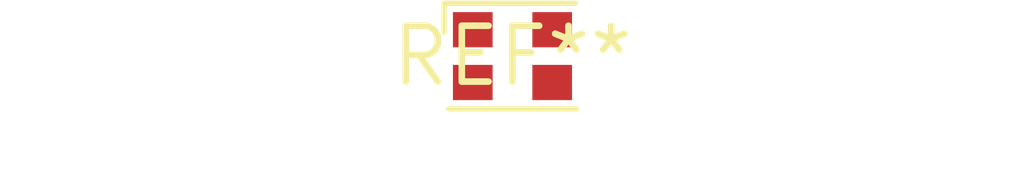
<source format=kicad_pcb>
(kicad_pcb (version 20240108) (generator pcbnew)
  (layers (0 "F.Cu" signal) (31 "B.Cu" signal) (34 "B.Paste" user) (35 "F.Paste" user) (36 "B.SilkS" user "B.Silkscreen") (37 "F.SilkS" user "F.Silkscreen") (38 "B.Mask" user) (39 "F.Mask" user) (44 "Edge.Cuts" user))
  (net 0 "")
  (footprint "LED_ASMB-KTF0-0A306" (layer "F.Cu") (at 0 0)
    (property "Reference" "REF**")
    (property "Value" "LED_ASMB-KTF0-0A306")
    (fp_line (start -1.55 -1.2) (end -1.55 -0.54) (layer "F.SilkS") (stroke (width 0.12)))
    (fp_line (start -1.55 -1.2) (end 1.43 -1.2) (layer "F.SilkS") (stroke (width 0.12)))
    (fp_line (start -1.45 1.2) (end 1.45 1.2) (layer "F.SilkS") (stroke (width 0.12)))
    (pad "1" smd rect (at -0.9 -0.6) (size 0.9 0.8) (layers "F.Cu" "F.Paste" "F.Mask"))
    (pad "2" smd rect (at -0.9 0.6) (size 0.9 0.8) (layers "F.Cu" "F.Paste" "F.Mask"))
    (pad "3" smd rect (at 0.9 0.6) (size 0.9 0.8) (layers "F.Cu" "F.Paste" "F.Mask"))
    (pad "4" smd rect (at 0.9 -0.6) (size 0.9 0.8) (layers "F.Cu" "F.Paste" "F.Mask"))
  )
)
</source>
